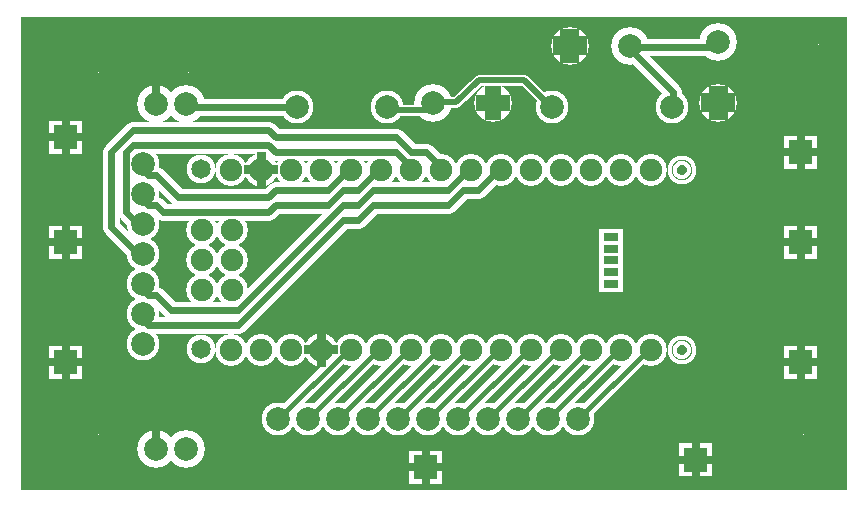
<source format=gbr>
%FSLAX34Y34*%
%MOMM*%
%LNCOPPER_BOTTOM*%
G71*
G01*
%ADD10C,0.800*%
%ADD11R,2.070X1.435*%
%ADD12C,2.700*%
%ADD13C,2.450*%
%ADD14C,2.800*%
%ADD15C,3.200*%
%ADD16C,0.900*%
%ADD17C,1.400*%
%ADD18C,1.200*%
%ADD19C,4.200*%
%ADD20C,0.667*%
%ADD21C,0.813*%
%ADD22C,1.360*%
%ADD23C,1.587*%
%ADD24C,1.627*%
%ADD25C,0.787*%
%ADD26C,2.973*%
%ADD27C,0.000*%
%ADD28R,1.270X0.635*%
%ADD29C,1.900*%
%ADD30C,1.650*%
%ADD31C,2.000*%
%ADD32C,0.500*%
%ADD33C,0.600*%
%ADD34C,0.400*%
%ADD35C,4.000*%
%LPD*%
G36*
X-217646Y339759D02*
X482354Y339759D01*
X482354Y-60241D01*
X-217646Y-60241D01*
X-217646Y339759D01*
G37*
%LPC*%
G54D10*
X333414Y58173D02*
X333409Y58460D01*
X333414Y58747D01*
X333429Y59036D01*
X333455Y59324D01*
X333490Y59608D01*
X333534Y59892D01*
X333589Y60177D01*
X333655Y60456D01*
X333729Y60736D01*
X333813Y61010D01*
X333907Y61285D01*
X334011Y61551D01*
X334123Y61818D01*
X334245Y62080D01*
X334374Y62336D01*
X334514Y62588D01*
X334664Y62834D01*
X334821Y63075D01*
X334986Y63311D01*
X335159Y63543D01*
X335339Y63766D01*
X335530Y63985D01*
X335726Y64195D01*
X335929Y64399D01*
X336140Y64594D01*
X336358Y64784D01*
X336582Y64965D01*
X336813Y65138D01*
X337049Y65303D01*
X337290Y65460D01*
X337536Y65610D01*
X337788Y65750D01*
X338045Y65879D01*
X338306Y66001D01*
X338573Y66113D01*
X338839Y66217D01*
X339114Y66311D01*
X339388Y66395D01*
X339667Y66468D01*
X339947Y66534D01*
X340231Y66591D01*
X340516Y66634D01*
X340801Y66669D01*
X341087Y66694D01*
X341377Y66710D01*
X341664Y66715D01*
X341951Y66710D01*
X342240Y66694D01*
X342528Y66669D01*
X342812Y66634D01*
X343096Y66590D01*
X343381Y66535D01*
X343660Y66468D01*
X343940Y66395D01*
X344214Y66311D01*
X344489Y66217D01*
X344755Y66113D01*
X345022Y66001D01*
X345284Y65879D01*
X345540Y65750D01*
X345792Y65610D01*
X346038Y65460D01*
X346279Y65303D01*
X346515Y65138D01*
X346746Y64965D01*
X346970Y64784D01*
X347189Y64594D01*
X347399Y64399D01*
X347602Y64195D01*
X347798Y63985D01*
X347988Y63766D01*
X348169Y63542D01*
X348342Y63311D01*
X348507Y63075D01*
X348664Y62834D01*
X348814Y62587D01*
X348954Y62336D01*
X349083Y62080D01*
X349205Y61818D01*
X349317Y61551D01*
X349421Y61284D01*
X349515Y61010D01*
X349599Y60736D01*
X349673Y60456D01*
X349739Y60177D01*
X349795Y59892D01*
X349838Y59608D01*
X349873Y59324D01*
X349899Y59036D01*
X349914Y58747D01*
X349919Y58460D01*
X349914Y58173D01*
X349899Y57883D01*
X349873Y57596D01*
X349838Y57312D01*
X349794Y57027D01*
X349739Y56743D01*
X349673Y56463D01*
X349599Y56184D01*
X349515Y55910D01*
X349421Y55636D01*
X349317Y55369D01*
X349205Y55102D01*
X349083Y54840D01*
X348954Y54584D01*
X348814Y54332D01*
X348664Y54086D01*
X348507Y53845D01*
X348342Y53609D01*
X348169Y53377D01*
X347988Y53154D01*
X347798Y52936D01*
X347602Y52724D01*
X347399Y52522D01*
X347188Y52326D01*
X346970Y52135D01*
X346746Y51955D01*
X346515Y51782D01*
X346279Y51617D01*
X346038Y51460D01*
X345792Y51310D01*
X345540Y51170D01*
X345284Y51040D01*
X345022Y50919D01*
X344755Y50807D01*
X344488Y50703D01*
X344214Y50609D01*
X343940Y50525D01*
X343660Y50451D01*
X343381Y50385D01*
X343096Y50329D01*
X342812Y50286D01*
X342528Y50251D01*
X342240Y50225D01*
X341951Y50210D01*
X341664Y50205D01*
X341377Y50210D01*
X341088Y50225D01*
X340801Y50251D01*
X340516Y50286D01*
X340231Y50329D01*
X339947Y50385D01*
X339667Y50451D01*
X339388Y50525D01*
X339114Y50609D01*
X338840Y50703D01*
X338573Y50807D01*
X338306Y50919D01*
X338044Y51040D01*
X337788Y51170D01*
X337536Y51310D01*
X337290Y51460D01*
X337049Y51617D01*
X336813Y51782D01*
X336582Y51955D01*
X336358Y52135D01*
X336140Y52326D01*
X335929Y52522D01*
X335725Y52724D01*
X335530Y52936D01*
X335339Y53154D01*
X335159Y53377D01*
X334986Y53608D01*
X334821Y53845D01*
X334664Y54086D01*
X334514Y54332D01*
X334374Y54584D01*
X334245Y54841D01*
X334123Y55102D01*
X334011Y55369D01*
X333907Y55636D01*
X333813Y55910D01*
X333729Y56184D01*
X333655Y56464D01*
X333589Y56743D01*
X333534Y57027D01*
X333490Y57312D01*
X333455Y57596D01*
X333429Y57883D01*
X333414Y58173D01*
G54D10*
X333414Y210573D02*
X333409Y210860D01*
X333414Y211147D01*
X333429Y211436D01*
X333455Y211723D01*
X333490Y212008D01*
X333534Y212292D01*
X333589Y212577D01*
X333655Y212856D01*
X333729Y213136D01*
X333813Y213410D01*
X333907Y213684D01*
X334011Y213951D01*
X334123Y214218D01*
X334245Y214480D01*
X334374Y214736D01*
X334514Y214988D01*
X334664Y215234D01*
X334821Y215475D01*
X334986Y215711D01*
X335159Y215943D01*
X335339Y216166D01*
X335530Y216384D01*
X335726Y216595D01*
X335929Y216798D01*
X336140Y216994D01*
X336358Y217184D01*
X336582Y217365D01*
X336813Y217538D01*
X337049Y217703D01*
X337290Y217860D01*
X337537Y218010D01*
X337788Y218150D01*
X338045Y218279D01*
X338306Y218401D01*
X338573Y218513D01*
X338840Y218617D01*
X339114Y218711D01*
X339388Y218795D01*
X339668Y218869D01*
X339947Y218934D01*
X340232Y218990D01*
X340516Y219034D01*
X340800Y219069D01*
X341087Y219095D01*
X341377Y219110D01*
X341664Y219115D01*
X341951Y219110D01*
X342241Y219094D01*
X342528Y219069D01*
X342812Y219034D01*
X343096Y218990D01*
X343381Y218934D01*
X343660Y218869D01*
X343940Y218795D01*
X344214Y218711D01*
X344488Y218617D01*
X344755Y218513D01*
X345022Y218401D01*
X345283Y218279D01*
X345540Y218150D01*
X345792Y218010D01*
X346038Y217860D01*
X346279Y217703D01*
X346515Y217538D01*
X346746Y217365D01*
X346970Y217184D01*
X347188Y216994D01*
X347399Y216798D01*
X347602Y216595D01*
X347798Y216384D01*
X347988Y216166D01*
X348169Y215942D01*
X348342Y215711D01*
X348507Y215475D01*
X348664Y215234D01*
X348814Y214988D01*
X348954Y214736D01*
X349083Y214479D01*
X349205Y214218D01*
X349317Y213951D01*
X349421Y213684D01*
X349515Y213410D01*
X349599Y213136D01*
X349673Y212856D01*
X349739Y212577D01*
X349794Y212293D01*
X349838Y212008D01*
X349873Y211723D01*
X349899Y211436D01*
X349914Y211147D01*
X349919Y210860D01*
X349914Y210573D01*
X349899Y210283D01*
X349873Y209996D01*
X349838Y209712D01*
X349794Y209427D01*
X349739Y209143D01*
X349673Y208864D01*
X349599Y208584D01*
X349515Y208310D01*
X349421Y208036D01*
X349317Y207769D01*
X349205Y207502D01*
X349083Y207240D01*
X348954Y206984D01*
X348814Y206732D01*
X348664Y206486D01*
X348507Y206245D01*
X348342Y206008D01*
X348169Y205778D01*
X347988Y205554D01*
X347798Y205336D01*
X347602Y205125D01*
X347399Y204922D01*
X347188Y204726D01*
X346970Y204535D01*
X346746Y204355D01*
X346515Y204182D01*
X346279Y204017D01*
X346038Y203860D01*
X345792Y203710D01*
X345540Y203570D01*
X345284Y203440D01*
X345022Y203319D01*
X344755Y203207D01*
X344489Y203103D01*
X344214Y203009D01*
X343940Y202925D01*
X343660Y202851D01*
X343381Y202785D01*
X343096Y202730D01*
X342812Y202686D01*
X342528Y202651D01*
X342240Y202625D01*
X341951Y202610D01*
X341664Y202605D01*
X341377Y202610D01*
X341087Y202625D01*
X340801Y202651D01*
X340516Y202686D01*
X340231Y202730D01*
X339947Y202785D01*
X339667Y202851D01*
X339388Y202925D01*
X339114Y203009D01*
X338839Y203103D01*
X338573Y203207D01*
X338306Y203319D01*
X338045Y203440D01*
X337788Y203570D01*
X337536Y203710D01*
X337290Y203860D01*
X337049Y204017D01*
X336813Y204182D01*
X336582Y204355D01*
X336358Y204535D01*
X336139Y204726D01*
X335929Y204921D01*
X335726Y205124D01*
X335530Y205336D01*
X335339Y205554D01*
X335159Y205777D01*
X334986Y206008D01*
X334821Y206245D01*
X334664Y206486D01*
X334514Y206732D01*
X334374Y206984D01*
X334245Y207240D01*
X334123Y207502D01*
X334011Y207769D01*
X333907Y208036D01*
X333813Y208310D01*
X333729Y208584D01*
X333655Y208864D01*
X333589Y209143D01*
X333533Y209428D01*
X333490Y209712D01*
X333455Y209996D01*
X333429Y210283D01*
X333414Y210573D01*
X282228Y153964D02*
G54D11*
D03*
X282228Y143804D02*
G54D11*
D03*
X282228Y134152D02*
G54D11*
D03*
X282228Y123992D02*
G54D11*
D03*
X282228Y114086D02*
G54D11*
D03*
X-39336Y58460D02*
G54D12*
D03*
X-13936Y58460D02*
G54D12*
D03*
X11464Y58460D02*
G54D12*
D03*
X36864Y58460D02*
G54D12*
D03*
X62264Y58460D02*
G54D12*
D03*
X87664Y58460D02*
G54D12*
D03*
X113064Y58460D02*
G54D12*
D03*
X138464Y58460D02*
G54D12*
D03*
X163864Y58460D02*
G54D12*
D03*
X189264Y58460D02*
G54D12*
D03*
X214664Y58460D02*
G54D12*
D03*
X240064Y58460D02*
G54D12*
D03*
X265464Y58460D02*
G54D12*
D03*
X290864Y58460D02*
G54D12*
D03*
X316264Y58460D02*
G54D12*
D03*
X-39336Y210860D02*
G54D12*
D03*
X-13936Y210860D02*
G54D12*
D03*
X11464Y210860D02*
G54D12*
D03*
X36864Y210860D02*
G54D12*
D03*
X62264Y210860D02*
G54D12*
D03*
X87664Y210860D02*
G54D12*
D03*
X113064Y210860D02*
G54D12*
D03*
X138464Y210860D02*
G54D12*
D03*
X163864Y210860D02*
G54D12*
D03*
X189264Y210860D02*
G54D12*
D03*
X214664Y210860D02*
G54D12*
D03*
X240064Y210860D02*
G54D12*
D03*
X265464Y210860D02*
G54D12*
D03*
X290864Y210860D02*
G54D12*
D03*
X316264Y210860D02*
G54D12*
D03*
X-64577Y211019D02*
G54D13*
D03*
X-64577Y58619D02*
G54D13*
D03*
X-38320Y159806D02*
G54D12*
D03*
X-63720Y159806D02*
G54D12*
D03*
X-38320Y134406D02*
G54D12*
D03*
X-63720Y134406D02*
G54D12*
D03*
X-38320Y109006D02*
G54D12*
D03*
X-63720Y109006D02*
G54D12*
D03*
X92234Y263559D02*
G54D14*
D03*
X16034Y263559D02*
G54D14*
D03*
X-102891Y266134D02*
G54D15*
D03*
X-77391Y266134D02*
G54D15*
D03*
X131499Y267316D02*
G54D15*
D03*
X182480Y267429D02*
G54D15*
D03*
X231934Y263559D02*
G54D14*
D03*
X333534Y263559D02*
G54D14*
D03*
X298120Y315684D02*
G54D15*
D03*
X247139Y315572D02*
G54D15*
D03*
X372851Y318434D02*
G54D15*
D03*
X372963Y267454D02*
G54D15*
D03*
X182480Y267429D02*
G54D14*
D03*
X247139Y315572D02*
G54D14*
D03*
X372963Y267454D02*
G54D14*
D03*
G54D16*
X131499Y267316D02*
X132114Y268010D01*
X125764Y261660D01*
X94014Y261660D01*
X92234Y263559D01*
G54D16*
X231934Y263559D02*
X233714Y261660D01*
X208314Y287060D01*
X170214Y287060D01*
X151164Y268010D01*
X132114Y268010D01*
X131499Y267316D01*
G54D17*
X-77391Y266134D02*
X-77946Y263609D01*
X17304Y263609D01*
X16034Y263559D01*
X50800Y0D02*
G54D14*
D03*
X25400Y0D02*
G54D14*
D03*
X0Y0D02*
G54D14*
D03*
X101600Y0D02*
G54D14*
D03*
X76200Y0D02*
G54D14*
D03*
X50800Y0D02*
G54D14*
D03*
X152400Y0D02*
G54D14*
D03*
X127000Y0D02*
G54D14*
D03*
X101600Y0D02*
G54D14*
D03*
X203199Y0D02*
G54D14*
D03*
X177799Y0D02*
G54D14*
D03*
X152400Y0D02*
G54D14*
D03*
X228599Y0D02*
G54D14*
D03*
X203199Y0D02*
G54D14*
D03*
X177799Y0D02*
G54D14*
D03*
X253999Y0D02*
G54D14*
D03*
X228599Y0D02*
G54D14*
D03*
X203199Y0D02*
G54D14*
D03*
X-114300Y139700D02*
G54D14*
D03*
X-114300Y139700D02*
G54D14*
D03*
X-114300Y165100D02*
G54D14*
D03*
X-114300Y190500D02*
G54D14*
D03*
X-114300Y88900D02*
G54D14*
D03*
X-114300Y88900D02*
G54D14*
D03*
X-114300Y114300D02*
G54D14*
D03*
X-114300Y139700D02*
G54D14*
D03*
X-114300Y63500D02*
G54D14*
D03*
X-114300Y88900D02*
G54D14*
D03*
X-114300Y165100D02*
G54D14*
D03*
X-114300Y165100D02*
G54D14*
D03*
X-114300Y190500D02*
G54D14*
D03*
X-114300Y215900D02*
G54D14*
D03*
X-114300Y63500D02*
G54D14*
D03*
G54D18*
X0Y0D02*
X1429Y84D01*
X58579Y57234D01*
X61754Y57234D01*
X62264Y58460D01*
G54D18*
X25400Y0D02*
X26829Y84D01*
X83979Y57234D01*
X87154Y57234D01*
X87664Y58460D01*
G54D18*
X50800Y0D02*
X52229Y84D01*
X109379Y57234D01*
X112554Y57234D01*
X113064Y58460D01*
G54D18*
X76200Y0D02*
X77629Y84D01*
X134779Y57234D01*
X137954Y57234D01*
X138464Y58460D01*
G54D18*
X101600Y0D02*
X103029Y84D01*
X160179Y57234D01*
X163354Y57234D01*
X163864Y58460D01*
G54D18*
X127000Y0D02*
X128429Y84D01*
X185579Y57234D01*
X188754Y57234D01*
X189264Y58460D01*
G54D18*
X152400Y0D02*
X153829Y84D01*
X210979Y57234D01*
X214154Y57234D01*
X214664Y58460D01*
G54D18*
X177799Y0D02*
X179229Y84D01*
X236379Y57234D01*
X239554Y57234D01*
X240064Y58460D01*
G54D18*
X203199Y0D02*
X204629Y84D01*
X261779Y57234D01*
X264954Y57234D01*
X265464Y58460D01*
G54D18*
X228599Y0D02*
X230029Y84D01*
X287179Y57234D01*
X290354Y57234D01*
X290864Y58460D01*
G54D18*
X253999Y0D02*
X255429Y84D01*
X312579Y57234D01*
X315754Y57234D01*
X316264Y58460D01*
X36864Y58460D02*
G54D14*
D03*
X-13936Y210860D02*
G54D14*
D03*
G54D17*
X-114300Y215900D02*
X-116046Y212809D01*
X-109696Y206459D01*
X-103346Y206459D01*
X-84296Y187409D01*
X-8096Y187409D01*
X-1746Y193759D01*
X42704Y193759D01*
X61754Y212809D01*
X62264Y210860D01*
G54D17*
X-114300Y190500D02*
X-116046Y187409D01*
X-109696Y181059D01*
X-103346Y181059D01*
X-96996Y174709D01*
X-8096Y174709D01*
X-1746Y181059D01*
X42704Y181059D01*
X55404Y193759D01*
X68104Y193759D01*
X87154Y212809D01*
X87664Y210860D01*
G54D17*
X-114300Y165100D02*
X-116046Y162009D01*
X-128746Y174709D01*
X-128746Y225509D01*
X-122396Y231859D01*
X-8096Y231859D01*
X-1746Y225509D01*
X99854Y225509D01*
X112554Y212809D01*
X113064Y210860D01*
G54D17*
X-114300Y139700D02*
X-116046Y136609D01*
X-141446Y162009D01*
X-141446Y225509D01*
X-122396Y244559D01*
X-8096Y244559D01*
X-1746Y238209D01*
X99854Y238209D01*
X112554Y225509D01*
X125254Y225509D01*
X137954Y212809D01*
X138464Y210860D01*
G54D17*
X-114300Y114300D02*
X-116046Y111209D01*
X-109696Y104859D01*
X-103346Y104859D01*
X-90646Y92159D01*
X-33496Y92159D01*
X55404Y181059D01*
X68104Y181059D01*
X80804Y193759D01*
X144304Y193759D01*
X163354Y212809D01*
X163864Y210860D01*
G54D17*
X-114300Y88900D02*
X-116046Y85809D01*
X-109696Y79459D01*
X-33496Y79459D01*
X55404Y168359D01*
X68104Y168359D01*
X80804Y181059D01*
X144304Y181059D01*
X157004Y193759D01*
X169704Y193759D01*
X188754Y212809D01*
X189264Y210860D01*
X-166846Y308009D02*
G54D19*
D03*
G54D17*
X372851Y318434D02*
X372904Y320759D01*
X366554Y314409D01*
X296704Y314409D01*
X298120Y315684D01*
G54D17*
X298120Y315684D02*
X296704Y314409D01*
X334804Y276309D01*
X334804Y263609D01*
X333534Y263559D01*
X-166846Y-28541D02*
G54D19*
D03*
X430054Y-28541D02*
G54D19*
D03*
X442754Y301659D02*
G54D19*
D03*
G36*
X339854Y-20891D02*
X367854Y-20891D01*
X367854Y-48891D01*
X339854Y-48891D01*
X339854Y-20891D01*
G37*
G36*
X111254Y-27241D02*
X139254Y-27241D01*
X139254Y-55241D01*
X111254Y-55241D01*
X111254Y-27241D01*
G37*
G36*
X428754Y239459D02*
X456754Y239459D01*
X456754Y211459D01*
X428754Y211459D01*
X428754Y239459D01*
G37*
G36*
X428754Y61659D02*
X456754Y61659D01*
X456754Y33659D01*
X428754Y33659D01*
X428754Y61659D01*
G37*
G36*
X-193546Y252159D02*
X-165546Y252159D01*
X-165546Y224159D01*
X-193546Y224159D01*
X-193546Y252159D01*
G37*
G36*
X-193546Y61659D02*
X-165546Y61659D01*
X-165546Y33659D01*
X-193546Y33659D01*
X-193546Y61659D01*
G37*
X-90646Y308009D02*
G54D19*
D03*
G36*
X-193546Y163259D02*
X-165546Y163259D01*
X-165546Y135259D01*
X-193546Y135259D01*
X-193546Y163259D01*
G37*
G36*
X428754Y163259D02*
X456754Y163259D01*
X456754Y135259D01*
X428754Y135259D01*
X428754Y163259D01*
G37*
X-102891Y-25966D02*
G54D15*
D03*
X-77391Y-25966D02*
G54D15*
D03*
%LPD*%
G54D20*
G36*
X-106224Y266134D02*
X-106224Y282634D01*
X-99558Y282634D01*
X-99558Y266134D01*
X-106224Y266134D01*
G37*
G54D21*
G54D22*
G36*
X175680Y267429D02*
X175680Y281929D01*
X189280Y281929D01*
X189280Y267429D01*
X175680Y267429D01*
G37*
G36*
X182480Y274229D02*
X196980Y274229D01*
X196980Y260629D01*
X182480Y260629D01*
X182480Y274229D01*
G37*
G36*
X189280Y267429D02*
X189280Y252929D01*
X175680Y252929D01*
X175680Y267429D01*
X189280Y267429D01*
G37*
G36*
X182480Y260629D02*
X167980Y260629D01*
X167980Y274229D01*
X182480Y274229D01*
X182480Y260629D01*
G37*
G54D23*
G36*
X239206Y315572D02*
X239206Y330072D01*
X255072Y330072D01*
X255072Y315572D01*
X239206Y315572D01*
G37*
G36*
X247139Y323505D02*
X261639Y323505D01*
X261639Y307639D01*
X247139Y307639D01*
X247139Y323505D01*
G37*
G36*
X255072Y315572D02*
X255072Y301072D01*
X239206Y301072D01*
X239206Y315572D01*
X255072Y315572D01*
G37*
G36*
X247139Y307639D02*
X232639Y307639D01*
X232639Y323505D01*
X247139Y323505D01*
X247139Y307639D01*
G37*
G54D24*
G36*
X364830Y267454D02*
X364830Y281954D01*
X381096Y281954D01*
X381096Y267454D01*
X364830Y267454D01*
G37*
G36*
X372963Y275587D02*
X387463Y275587D01*
X387463Y259321D01*
X372963Y259321D01*
X372963Y275587D01*
G37*
G36*
X381096Y267454D02*
X381096Y252954D01*
X364830Y252954D01*
X364830Y267454D01*
X381096Y267454D01*
G37*
G36*
X372963Y259321D02*
X358463Y259321D01*
X358463Y275587D01*
X372963Y275587D01*
X372963Y259321D01*
G37*
G54D25*
G36*
X32931Y58460D02*
X32931Y72960D01*
X40797Y72960D01*
X40797Y58460D01*
X32931Y58460D01*
G37*
G36*
X36864Y62393D02*
X51364Y62393D01*
X51364Y54527D01*
X36864Y54527D01*
X36864Y62393D01*
G37*
G36*
X40797Y58460D02*
X40797Y43960D01*
X32931Y43960D01*
X32931Y58460D01*
X40797Y58460D01*
G37*
G36*
X36864Y54527D02*
X22364Y54527D01*
X22364Y62393D01*
X36864Y62393D01*
X36864Y54527D01*
G37*
G54D25*
G36*
X-17870Y210860D02*
X-17870Y225360D01*
X-10003Y225360D01*
X-10003Y210860D01*
X-17870Y210860D01*
G37*
G36*
X-13936Y214793D02*
X564Y214793D01*
X564Y206927D01*
X-13936Y206927D01*
X-13936Y214793D01*
G37*
G36*
X-10003Y210860D02*
X-10003Y196360D01*
X-17870Y196360D01*
X-17870Y210860D01*
X-10003Y210860D01*
G37*
G36*
X-13936Y206927D02*
X-28436Y206927D01*
X-28436Y214793D01*
X-13936Y214793D01*
X-13936Y206927D01*
G37*
G54D26*
G36*
X-166846Y322876D02*
X-145346Y322876D01*
X-145346Y293142D01*
X-166846Y293142D01*
X-166846Y322876D01*
G37*
G36*
X-151979Y308009D02*
X-151979Y286509D01*
X-181713Y286509D01*
X-181713Y308009D01*
X-151979Y308009D01*
G37*
G36*
X-166846Y293142D02*
X-188346Y293142D01*
X-188346Y322876D01*
X-166846Y322876D01*
X-166846Y293142D01*
G37*
G36*
X-181713Y308009D02*
X-181713Y329509D01*
X-151979Y329509D01*
X-151979Y308009D01*
X-181713Y308009D01*
G37*
G54D26*
G36*
X-166846Y-13674D02*
X-145346Y-13674D01*
X-145346Y-43408D01*
X-166846Y-43408D01*
X-166846Y-13674D01*
G37*
G36*
X-151979Y-28541D02*
X-151979Y-50041D01*
X-181713Y-50041D01*
X-181713Y-28541D01*
X-151979Y-28541D01*
G37*
G36*
X-166846Y-43408D02*
X-188346Y-43408D01*
X-188346Y-13674D01*
X-166846Y-13674D01*
X-166846Y-43408D01*
G37*
G36*
X-181713Y-28541D02*
X-181713Y-7041D01*
X-151979Y-7041D01*
X-151979Y-28541D01*
X-181713Y-28541D01*
G37*
G54D26*
G36*
X430054Y-13674D02*
X451554Y-13674D01*
X451554Y-43408D01*
X430054Y-43408D01*
X430054Y-13674D01*
G37*
G36*
X444921Y-28541D02*
X444921Y-50041D01*
X415187Y-50041D01*
X415187Y-28541D01*
X444921Y-28541D01*
G37*
G36*
X430054Y-43408D02*
X408554Y-43408D01*
X408554Y-13674D01*
X430054Y-13674D01*
X430054Y-43408D01*
G37*
G36*
X415187Y-28541D02*
X415187Y-7041D01*
X444921Y-7041D01*
X444921Y-28541D01*
X415187Y-28541D01*
G37*
G54D26*
G36*
X442754Y316526D02*
X464254Y316526D01*
X464254Y286792D01*
X442754Y286792D01*
X442754Y316526D01*
G37*
G36*
X457621Y301659D02*
X457621Y280159D01*
X427887Y280159D01*
X427887Y301659D01*
X457621Y301659D01*
G37*
G36*
X442754Y286792D02*
X421254Y286792D01*
X421254Y316526D01*
X442754Y316526D01*
X442754Y286792D01*
G37*
G36*
X427887Y301659D02*
X427887Y323159D01*
X457621Y323159D01*
X457621Y301659D01*
X427887Y301659D01*
G37*
G54D20*
G36*
X350521Y-34891D02*
X350521Y-20391D01*
X357187Y-20391D01*
X357187Y-34891D01*
X350521Y-34891D01*
G37*
G36*
X353854Y-31558D02*
X368354Y-31558D01*
X368354Y-38224D01*
X353854Y-38224D01*
X353854Y-31558D01*
G37*
G36*
X357187Y-34891D02*
X357187Y-49391D01*
X350521Y-49391D01*
X350521Y-34891D01*
X357187Y-34891D01*
G37*
G36*
X353854Y-38224D02*
X339354Y-38224D01*
X339354Y-31558D01*
X353854Y-31558D01*
X353854Y-38224D01*
G37*
G54D20*
G36*
X121921Y-41241D02*
X121921Y-26741D01*
X128587Y-26741D01*
X128587Y-41241D01*
X121921Y-41241D01*
G37*
G36*
X125254Y-37908D02*
X139754Y-37908D01*
X139754Y-44574D01*
X125254Y-44574D01*
X125254Y-37908D01*
G37*
G36*
X128587Y-41241D02*
X128587Y-55741D01*
X121921Y-55741D01*
X121921Y-41241D01*
X128587Y-41241D01*
G37*
G36*
X125254Y-44574D02*
X110754Y-44574D01*
X110754Y-37908D01*
X125254Y-37908D01*
X125254Y-44574D01*
G37*
G54D20*
G36*
X439421Y225459D02*
X439421Y239959D01*
X446087Y239959D01*
X446087Y225459D01*
X439421Y225459D01*
G37*
G36*
X442754Y228792D02*
X457254Y228792D01*
X457254Y222126D01*
X442754Y222126D01*
X442754Y228792D01*
G37*
G36*
X446087Y225459D02*
X446087Y210959D01*
X439421Y210959D01*
X439421Y225459D01*
X446087Y225459D01*
G37*
G36*
X442754Y222126D02*
X428254Y222126D01*
X428254Y228792D01*
X442754Y228792D01*
X442754Y222126D01*
G37*
G54D20*
G36*
X439421Y47659D02*
X439421Y62159D01*
X446087Y62159D01*
X446087Y47659D01*
X439421Y47659D01*
G37*
G36*
X442754Y50992D02*
X457254Y50992D01*
X457254Y44326D01*
X442754Y44326D01*
X442754Y50992D01*
G37*
G36*
X446087Y47659D02*
X446087Y33159D01*
X439421Y33159D01*
X439421Y47659D01*
X446087Y47659D01*
G37*
G36*
X442754Y44326D02*
X428254Y44326D01*
X428254Y50992D01*
X442754Y50992D01*
X442754Y44326D01*
G37*
G54D20*
G36*
X-182879Y238159D02*
X-182879Y252659D01*
X-176213Y252659D01*
X-176213Y238159D01*
X-182879Y238159D01*
G37*
G36*
X-179546Y241492D02*
X-165046Y241492D01*
X-165046Y234826D01*
X-179546Y234826D01*
X-179546Y241492D01*
G37*
G36*
X-176213Y238159D02*
X-176213Y223659D01*
X-182879Y223659D01*
X-182879Y238159D01*
X-176213Y238159D01*
G37*
G36*
X-179546Y234826D02*
X-194046Y234826D01*
X-194046Y241492D01*
X-179546Y241492D01*
X-179546Y234826D01*
G37*
G54D20*
G36*
X-182879Y47659D02*
X-182879Y62159D01*
X-176213Y62159D01*
X-176213Y47659D01*
X-182879Y47659D01*
G37*
G36*
X-179546Y50992D02*
X-165046Y50992D01*
X-165046Y44326D01*
X-179546Y44326D01*
X-179546Y50992D01*
G37*
G36*
X-176213Y47659D02*
X-176213Y33159D01*
X-182879Y33159D01*
X-182879Y47659D01*
X-176213Y47659D01*
G37*
G36*
X-179546Y44326D02*
X-194046Y44326D01*
X-194046Y50992D01*
X-179546Y50992D01*
X-179546Y44326D01*
G37*
G54D26*
G36*
X-90646Y322876D02*
X-69146Y322876D01*
X-69146Y293142D01*
X-90646Y293142D01*
X-90646Y322876D01*
G37*
G36*
X-75779Y308009D02*
X-75779Y286509D01*
X-105513Y286509D01*
X-105513Y308009D01*
X-75779Y308009D01*
G37*
G36*
X-90646Y293142D02*
X-112146Y293142D01*
X-112146Y322876D01*
X-90646Y322876D01*
X-90646Y293142D01*
G37*
G36*
X-105513Y308009D02*
X-105513Y329509D01*
X-75779Y329509D01*
X-75779Y308009D01*
X-105513Y308009D01*
G37*
G54D20*
G36*
X-182879Y149259D02*
X-182879Y163759D01*
X-176213Y163759D01*
X-176213Y149259D01*
X-182879Y149259D01*
G37*
G36*
X-179546Y152592D02*
X-165046Y152592D01*
X-165046Y145926D01*
X-179546Y145926D01*
X-179546Y152592D01*
G37*
G36*
X-176213Y149259D02*
X-176213Y134759D01*
X-182879Y134759D01*
X-182879Y149259D01*
X-176213Y149259D01*
G37*
G36*
X-179546Y145926D02*
X-194046Y145926D01*
X-194046Y152592D01*
X-179546Y152592D01*
X-179546Y145926D01*
G37*
G54D20*
G36*
X439421Y149259D02*
X439421Y163759D01*
X446087Y163759D01*
X446087Y149259D01*
X439421Y149259D01*
G37*
G36*
X442754Y152592D02*
X457254Y152592D01*
X457254Y145926D01*
X442754Y145926D01*
X442754Y152592D01*
G37*
G36*
X446087Y149259D02*
X446087Y134759D01*
X439421Y134759D01*
X439421Y149259D01*
X446087Y149259D01*
G37*
G36*
X442754Y145926D02*
X428254Y145926D01*
X428254Y152592D01*
X442754Y152592D01*
X442754Y145926D01*
G37*
G54D20*
G36*
X-106224Y-25966D02*
X-106224Y-9466D01*
X-99558Y-9466D01*
X-99558Y-25966D01*
X-106224Y-25966D01*
G37*
G54D21*
G54D27*
X333414Y58173D02*
X333409Y58460D01*
X333414Y58747D01*
X333429Y59036D01*
X333455Y59324D01*
X333490Y59608D01*
X333534Y59892D01*
X333589Y60177D01*
X333655Y60456D01*
X333729Y60736D01*
X333813Y61010D01*
X333907Y61285D01*
X334011Y61551D01*
X334123Y61818D01*
X334245Y62080D01*
X334374Y62336D01*
X334514Y62588D01*
X334664Y62834D01*
X334821Y63075D01*
X334986Y63311D01*
X335159Y63543D01*
X335339Y63766D01*
X335530Y63985D01*
X335726Y64195D01*
X335929Y64399D01*
X336140Y64594D01*
X336358Y64784D01*
X336582Y64965D01*
X336813Y65138D01*
X337049Y65303D01*
X337290Y65460D01*
X337536Y65610D01*
X337788Y65750D01*
X338045Y65879D01*
X338306Y66001D01*
X338573Y66113D01*
X338839Y66217D01*
X339114Y66311D01*
X339388Y66395D01*
X339667Y66468D01*
X339947Y66534D01*
X340231Y66591D01*
X340516Y66634D01*
X340801Y66669D01*
X341087Y66694D01*
X341377Y66710D01*
X341664Y66715D01*
X341951Y66710D01*
X342240Y66694D01*
X342528Y66669D01*
X342812Y66634D01*
X343096Y66590D01*
X343381Y66535D01*
X343660Y66468D01*
X343940Y66395D01*
X344214Y66311D01*
X344489Y66217D01*
X344755Y66113D01*
X345022Y66001D01*
X345284Y65879D01*
X345540Y65750D01*
X345792Y65610D01*
X346038Y65460D01*
X346279Y65303D01*
X346515Y65138D01*
X346746Y64965D01*
X346970Y64784D01*
X347189Y64594D01*
X347399Y64399D01*
X347602Y64195D01*
X347798Y63985D01*
X347988Y63766D01*
X348169Y63542D01*
X348342Y63311D01*
X348507Y63075D01*
X348664Y62834D01*
X348814Y62587D01*
X348954Y62336D01*
X349083Y62080D01*
X349205Y61818D01*
X349317Y61551D01*
X349421Y61284D01*
X349515Y61010D01*
X349599Y60736D01*
X349673Y60456D01*
X349739Y60177D01*
X349795Y59892D01*
X349838Y59608D01*
X349873Y59324D01*
X349899Y59036D01*
X349914Y58747D01*
X349919Y58460D01*
X349914Y58173D01*
X349899Y57883D01*
X349873Y57596D01*
X349838Y57312D01*
X349794Y57027D01*
X349739Y56743D01*
X349673Y56463D01*
X349599Y56184D01*
X349515Y55910D01*
X349421Y55636D01*
X349317Y55369D01*
X349205Y55102D01*
X349083Y54840D01*
X348954Y54584D01*
X348814Y54332D01*
X348664Y54086D01*
X348507Y53845D01*
X348342Y53609D01*
X348169Y53377D01*
X347988Y53154D01*
X347798Y52936D01*
X347602Y52724D01*
X347399Y52522D01*
X347188Y52326D01*
X346970Y52135D01*
X346746Y51955D01*
X346515Y51782D01*
X346279Y51617D01*
X346038Y51460D01*
X345792Y51310D01*
X345540Y51170D01*
X345284Y51040D01*
X345022Y50919D01*
X344755Y50807D01*
X344488Y50703D01*
X344214Y50609D01*
X343940Y50525D01*
X343660Y50451D01*
X343381Y50385D01*
X343096Y50329D01*
X342812Y50286D01*
X342528Y50251D01*
X342240Y50225D01*
X341951Y50210D01*
X341664Y50205D01*
X341377Y50210D01*
X341088Y50225D01*
X340801Y50251D01*
X340516Y50286D01*
X340231Y50329D01*
X339947Y50385D01*
X339667Y50451D01*
X339388Y50525D01*
X339114Y50609D01*
X338840Y50703D01*
X338573Y50807D01*
X338306Y50919D01*
X338044Y51040D01*
X337788Y51170D01*
X337536Y51310D01*
X337290Y51460D01*
X337049Y51617D01*
X336813Y51782D01*
X336582Y51955D01*
X336358Y52135D01*
X336140Y52326D01*
X335929Y52522D01*
X335725Y52724D01*
X335530Y52936D01*
X335339Y53154D01*
X335159Y53377D01*
X334986Y53608D01*
X334821Y53845D01*
X334664Y54086D01*
X334514Y54332D01*
X334374Y54584D01*
X334245Y54841D01*
X334123Y55102D01*
X334011Y55369D01*
X333907Y55636D01*
X333813Y55910D01*
X333729Y56184D01*
X333655Y56464D01*
X333589Y56743D01*
X333534Y57027D01*
X333490Y57312D01*
X333455Y57596D01*
X333429Y57883D01*
X333414Y58173D01*
G54D27*
X333414Y210573D02*
X333409Y210860D01*
X333414Y211147D01*
X333429Y211436D01*
X333455Y211723D01*
X333490Y212008D01*
X333534Y212292D01*
X333589Y212577D01*
X333655Y212856D01*
X333729Y213136D01*
X333813Y213410D01*
X333907Y213684D01*
X334011Y213951D01*
X334123Y214218D01*
X334245Y214480D01*
X334374Y214736D01*
X334514Y214988D01*
X334664Y215234D01*
X334821Y215475D01*
X334986Y215711D01*
X335159Y215943D01*
X335339Y216166D01*
X335530Y216384D01*
X335726Y216595D01*
X335929Y216798D01*
X336140Y216994D01*
X336358Y217184D01*
X336582Y217365D01*
X336813Y217538D01*
X337049Y217703D01*
X337290Y217860D01*
X337537Y218010D01*
X337788Y218150D01*
X338045Y218279D01*
X338306Y218401D01*
X338573Y218513D01*
X338840Y218617D01*
X339114Y218711D01*
X339388Y218795D01*
X339668Y218869D01*
X339947Y218934D01*
X340232Y218990D01*
X340516Y219034D01*
X340800Y219069D01*
X341087Y219095D01*
X341377Y219110D01*
X341664Y219115D01*
X341951Y219110D01*
X342241Y219094D01*
X342528Y219069D01*
X342812Y219034D01*
X343096Y218990D01*
X343381Y218934D01*
X343660Y218869D01*
X343940Y218795D01*
X344214Y218711D01*
X344488Y218617D01*
X344755Y218513D01*
X345022Y218401D01*
X345283Y218279D01*
X345540Y218150D01*
X345792Y218010D01*
X346038Y217860D01*
X346279Y217703D01*
X346515Y217538D01*
X346746Y217365D01*
X346970Y217184D01*
X347188Y216994D01*
X347399Y216798D01*
X347602Y216595D01*
X347798Y216384D01*
X347988Y216166D01*
X348169Y215942D01*
X348342Y215711D01*
X348507Y215475D01*
X348664Y215234D01*
X348814Y214988D01*
X348954Y214736D01*
X349083Y214479D01*
X349205Y214218D01*
X349317Y213951D01*
X349421Y213684D01*
X349515Y213410D01*
X349599Y213136D01*
X349673Y212856D01*
X349739Y212577D01*
X349794Y212293D01*
X349838Y212008D01*
X349873Y211723D01*
X349899Y211436D01*
X349914Y211147D01*
X349919Y210860D01*
X349914Y210573D01*
X349899Y210283D01*
X349873Y209996D01*
X349838Y209712D01*
X349794Y209427D01*
X349739Y209143D01*
X349673Y208864D01*
X349599Y208584D01*
X349515Y208310D01*
X349421Y208036D01*
X349317Y207769D01*
X349205Y207502D01*
X349083Y207240D01*
X348954Y206984D01*
X348814Y206732D01*
X348664Y206486D01*
X348507Y206245D01*
X348342Y206008D01*
X348169Y205778D01*
X347988Y205554D01*
X347798Y205336D01*
X347602Y205125D01*
X347399Y204922D01*
X347188Y204726D01*
X346970Y204535D01*
X346746Y204355D01*
X346515Y204182D01*
X346279Y204017D01*
X346038Y203860D01*
X345792Y203710D01*
X345540Y203570D01*
X345284Y203440D01*
X345022Y203319D01*
X344755Y203207D01*
X344489Y203103D01*
X344214Y203009D01*
X343940Y202925D01*
X343660Y202851D01*
X343381Y202785D01*
X343096Y202730D01*
X342812Y202686D01*
X342528Y202651D01*
X342240Y202625D01*
X341951Y202610D01*
X341664Y202605D01*
X341377Y202610D01*
X341087Y202625D01*
X340801Y202651D01*
X340516Y202686D01*
X340231Y202730D01*
X339947Y202785D01*
X339667Y202851D01*
X339388Y202925D01*
X339114Y203009D01*
X338839Y203103D01*
X338573Y203207D01*
X338306Y203319D01*
X338045Y203440D01*
X337788Y203570D01*
X337536Y203710D01*
X337290Y203860D01*
X337049Y204017D01*
X336813Y204182D01*
X336582Y204355D01*
X336358Y204535D01*
X336139Y204726D01*
X335929Y204921D01*
X335726Y205124D01*
X335530Y205336D01*
X335339Y205554D01*
X335159Y205777D01*
X334986Y206008D01*
X334821Y206245D01*
X334664Y206486D01*
X334514Y206732D01*
X334374Y206984D01*
X334245Y207240D01*
X334123Y207502D01*
X334011Y207769D01*
X333907Y208036D01*
X333813Y208310D01*
X333729Y208584D01*
X333655Y208864D01*
X333589Y209143D01*
X333533Y209428D01*
X333490Y209712D01*
X333455Y209996D01*
X333429Y210283D01*
X333414Y210573D01*
X282228Y153964D02*
G54D28*
D03*
X282228Y143804D02*
G54D28*
D03*
X282228Y134152D02*
G54D28*
D03*
X282228Y123992D02*
G54D28*
D03*
X282228Y114086D02*
G54D28*
D03*
X-39336Y58460D02*
G54D29*
D03*
X-13936Y58460D02*
G54D29*
D03*
X11464Y58460D02*
G54D29*
D03*
X36864Y58460D02*
G54D29*
D03*
X62264Y58460D02*
G54D29*
D03*
X87664Y58460D02*
G54D29*
D03*
X113064Y58460D02*
G54D29*
D03*
X138464Y58460D02*
G54D29*
D03*
X163864Y58460D02*
G54D29*
D03*
X189264Y58460D02*
G54D29*
D03*
X214664Y58460D02*
G54D29*
D03*
X240064Y58460D02*
G54D29*
D03*
X265464Y58460D02*
G54D29*
D03*
X290864Y58460D02*
G54D29*
D03*
X316264Y58460D02*
G54D29*
D03*
X-39336Y210860D02*
G54D29*
D03*
X-13936Y210860D02*
G54D29*
D03*
X11464Y210860D02*
G54D29*
D03*
X36864Y210860D02*
G54D29*
D03*
X62264Y210860D02*
G54D29*
D03*
X87664Y210860D02*
G54D29*
D03*
X113064Y210860D02*
G54D29*
D03*
X138464Y210860D02*
G54D29*
D03*
X163864Y210860D02*
G54D29*
D03*
X189264Y210860D02*
G54D29*
D03*
X214664Y210860D02*
G54D29*
D03*
X240064Y210860D02*
G54D29*
D03*
X265464Y210860D02*
G54D29*
D03*
X290864Y210860D02*
G54D29*
D03*
X316264Y210860D02*
G54D29*
D03*
X-64577Y211019D02*
G54D30*
D03*
X-64577Y58619D02*
G54D30*
D03*
X-38320Y159806D02*
G54D29*
D03*
X-63720Y159806D02*
G54D29*
D03*
X-38320Y134406D02*
G54D29*
D03*
X-63720Y134406D02*
G54D29*
D03*
X-38320Y109006D02*
G54D29*
D03*
X-63720Y109006D02*
G54D29*
D03*
X92234Y263559D02*
G54D31*
D03*
X16034Y263559D02*
G54D31*
D03*
X-102891Y266134D02*
G54D31*
D03*
X-77391Y266134D02*
G54D31*
D03*
X131499Y267316D02*
G54D31*
D03*
X182480Y267429D02*
G54D31*
D03*
X231934Y263559D02*
G54D31*
D03*
X333534Y263559D02*
G54D31*
D03*
X298120Y315684D02*
G54D31*
D03*
X247139Y315572D02*
G54D31*
D03*
X372851Y318434D02*
G54D31*
D03*
X372963Y267454D02*
G54D31*
D03*
X182480Y267429D02*
G54D31*
D03*
X247139Y315572D02*
G54D31*
D03*
X372963Y267454D02*
G54D31*
D03*
G54D32*
X131499Y267316D02*
X132114Y268010D01*
X125764Y261660D01*
X94014Y261660D01*
X92234Y263559D01*
G54D32*
X231934Y263559D02*
X233714Y261660D01*
X208314Y287060D01*
X170214Y287060D01*
X151164Y268010D01*
X132114Y268010D01*
X131499Y267316D01*
G54D33*
X-77391Y266134D02*
X-77946Y263609D01*
X17304Y263609D01*
X16034Y263559D01*
X50800Y0D02*
G54D31*
D03*
X25400Y0D02*
G54D31*
D03*
X0Y0D02*
G54D31*
D03*
X101600Y0D02*
G54D31*
D03*
X76200Y0D02*
G54D31*
D03*
X50800Y0D02*
G54D31*
D03*
X152400Y0D02*
G54D31*
D03*
X127000Y0D02*
G54D31*
D03*
X101600Y0D02*
G54D31*
D03*
X203199Y0D02*
G54D31*
D03*
X177799Y0D02*
G54D31*
D03*
X152400Y0D02*
G54D31*
D03*
X228599Y0D02*
G54D31*
D03*
X203199Y0D02*
G54D31*
D03*
X177799Y0D02*
G54D31*
D03*
X253999Y0D02*
G54D31*
D03*
X228599Y0D02*
G54D31*
D03*
X203199Y0D02*
G54D31*
D03*
X-114300Y139700D02*
G54D31*
D03*
X-114300Y139700D02*
G54D31*
D03*
X-114300Y165100D02*
G54D31*
D03*
X-114300Y190500D02*
G54D31*
D03*
X-114300Y88900D02*
G54D31*
D03*
X-114300Y88900D02*
G54D31*
D03*
X-114300Y114300D02*
G54D31*
D03*
X-114300Y139700D02*
G54D31*
D03*
X-114300Y63500D02*
G54D31*
D03*
X-114300Y88900D02*
G54D31*
D03*
X-114300Y165100D02*
G54D31*
D03*
X-114300Y165100D02*
G54D31*
D03*
X-114300Y190500D02*
G54D31*
D03*
X-114300Y215900D02*
G54D31*
D03*
X-114300Y63500D02*
G54D31*
D03*
G54D34*
X0Y0D02*
X1429Y84D01*
X58579Y57234D01*
X61754Y57234D01*
X62264Y58460D01*
G54D34*
X25400Y0D02*
X26829Y84D01*
X83979Y57234D01*
X87154Y57234D01*
X87664Y58460D01*
G54D34*
X50800Y0D02*
X52229Y84D01*
X109379Y57234D01*
X112554Y57234D01*
X113064Y58460D01*
G54D34*
X76200Y0D02*
X77629Y84D01*
X134779Y57234D01*
X137954Y57234D01*
X138464Y58460D01*
G54D34*
X101600Y0D02*
X103029Y84D01*
X160179Y57234D01*
X163354Y57234D01*
X163864Y58460D01*
G54D34*
X127000Y0D02*
X128429Y84D01*
X185579Y57234D01*
X188754Y57234D01*
X189264Y58460D01*
G54D34*
X152400Y0D02*
X153829Y84D01*
X210979Y57234D01*
X214154Y57234D01*
X214664Y58460D01*
G54D34*
X177799Y0D02*
X179229Y84D01*
X236379Y57234D01*
X239554Y57234D01*
X240064Y58460D01*
G54D34*
X203199Y0D02*
X204629Y84D01*
X261779Y57234D01*
X264954Y57234D01*
X265464Y58460D01*
G54D34*
X228599Y0D02*
X230029Y84D01*
X287179Y57234D01*
X290354Y57234D01*
X290864Y58460D01*
G54D34*
X253999Y0D02*
X255429Y84D01*
X312579Y57234D01*
X315754Y57234D01*
X316264Y58460D01*
X36864Y58460D02*
G54D31*
D03*
X-13936Y210860D02*
G54D31*
D03*
G54D33*
X-114300Y215900D02*
X-116046Y212809D01*
X-109696Y206459D01*
X-103346Y206459D01*
X-84296Y187409D01*
X-8096Y187409D01*
X-1746Y193759D01*
X42704Y193759D01*
X61754Y212809D01*
X62264Y210860D01*
G54D33*
X-114300Y190500D02*
X-116046Y187409D01*
X-109696Y181059D01*
X-103346Y181059D01*
X-96996Y174709D01*
X-8096Y174709D01*
X-1746Y181059D01*
X42704Y181059D01*
X55404Y193759D01*
X68104Y193759D01*
X87154Y212809D01*
X87664Y210860D01*
G54D33*
X-114300Y165100D02*
X-116046Y162009D01*
X-128746Y174709D01*
X-128746Y225509D01*
X-122396Y231859D01*
X-8096Y231859D01*
X-1746Y225509D01*
X99854Y225509D01*
X112554Y212809D01*
X113064Y210860D01*
G54D33*
X-114300Y139700D02*
X-116046Y136609D01*
X-141446Y162009D01*
X-141446Y225509D01*
X-122396Y244559D01*
X-8096Y244559D01*
X-1746Y238209D01*
X99854Y238209D01*
X112554Y225509D01*
X125254Y225509D01*
X137954Y212809D01*
X138464Y210860D01*
G54D33*
X-114300Y114300D02*
X-116046Y111209D01*
X-109696Y104859D01*
X-103346Y104859D01*
X-90646Y92159D01*
X-33496Y92159D01*
X55404Y181059D01*
X68104Y181059D01*
X80804Y193759D01*
X144304Y193759D01*
X163354Y212809D01*
X163864Y210860D01*
G54D33*
X-114300Y88900D02*
X-116046Y85809D01*
X-109696Y79459D01*
X-33496Y79459D01*
X55404Y168359D01*
X68104Y168359D01*
X80804Y181059D01*
X144304Y181059D01*
X157004Y193759D01*
X169704Y193759D01*
X188754Y212809D01*
X189264Y210860D01*
X-166846Y308009D02*
G54D35*
D03*
G54D33*
X372851Y318434D02*
X372904Y320759D01*
X366554Y314409D01*
X296704Y314409D01*
X298120Y315684D01*
G54D33*
X298120Y315684D02*
X296704Y314409D01*
X334804Y276309D01*
X334804Y263609D01*
X333534Y263559D01*
X-166846Y-28541D02*
G54D35*
D03*
X430054Y-28541D02*
G54D35*
D03*
X442754Y301659D02*
G54D35*
D03*
G36*
X343854Y-24891D02*
X363854Y-24891D01*
X363854Y-44891D01*
X343854Y-44891D01*
X343854Y-24891D01*
G37*
G36*
X115254Y-31241D02*
X135254Y-31241D01*
X135254Y-51241D01*
X115254Y-51241D01*
X115254Y-31241D01*
G37*
G36*
X432754Y235459D02*
X452754Y235459D01*
X452754Y215459D01*
X432754Y215459D01*
X432754Y235459D01*
G37*
G36*
X432754Y57659D02*
X452754Y57659D01*
X452754Y37659D01*
X432754Y37659D01*
X432754Y57659D01*
G37*
G36*
X-189546Y248159D02*
X-169546Y248159D01*
X-169546Y228159D01*
X-189546Y228159D01*
X-189546Y248159D01*
G37*
G36*
X-189546Y57659D02*
X-169546Y57659D01*
X-169546Y37659D01*
X-189546Y37659D01*
X-189546Y57659D01*
G37*
X-90646Y308009D02*
G54D35*
D03*
G36*
X-189546Y159259D02*
X-169546Y159259D01*
X-169546Y139259D01*
X-189546Y139259D01*
X-189546Y159259D01*
G37*
G36*
X432754Y159259D02*
X452754Y159259D01*
X452754Y139259D01*
X432754Y139259D01*
X432754Y159259D01*
G37*
X-102891Y-25966D02*
G54D31*
D03*
X-77391Y-25966D02*
G54D31*
D03*
M02*

</source>
